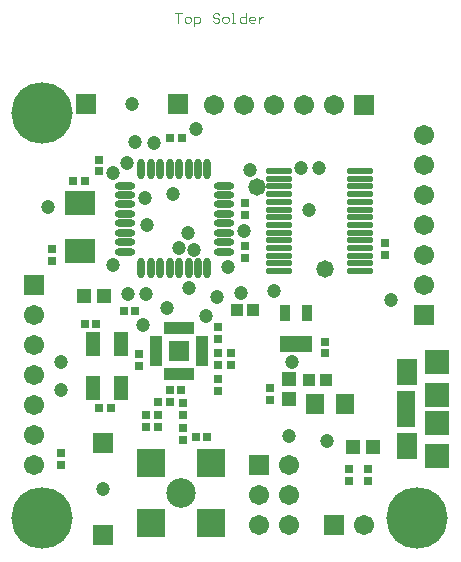
<source format=gts>
%FSLAX44Y44*%
%MOMM*%
G71*
G01*
G75*
G04 Layer_Color=8388736*
%ADD10C,0.3810*%
%ADD11R,1.1000X1.9000*%
%ADD12R,2.4000X1.9000*%
%ADD13R,1.3500X0.4000*%
%ADD14R,1.6000X2.1000*%
%ADD15R,1.9000X1.8000*%
%ADD16R,1.9000X1.9000*%
%ADD17R,0.6900X1.2000*%
%ADD18O,2.1000X0.3500*%
%ADD19R,1.6000X1.6000*%
%ADD20R,0.8000X0.3000*%
%ADD21R,0.3000X0.8000*%
%ADD22O,0.4500X1.5000*%
%ADD23O,1.5000X0.4500*%
%ADD24R,1.5000X1.5000*%
%ADD25R,1.5000X1.5000*%
%ADD26R,0.5000X0.6000*%
%ADD27R,0.6000X0.5000*%
%ADD28R,1.1000X1.0000*%
%ADD29R,1.0000X1.1000*%
%ADD30R,1.3000X1.5000*%
%ADD31R,0.8000X0.9000*%
%ADD32C,0.2540*%
%ADD33C,0.5000*%
%ADD34C,0.3000*%
%ADD35C,0.6020*%
%ADD36C,0.6000*%
%ADD37C,1.2600*%
%ADD38C,0.6010*%
%ADD39C,0.1000*%
%ADD40C,1.5000*%
%ADD41C,2.3000*%
%ADD42R,2.2000X2.2000*%
%ADD43C,1.0000*%
%ADD44C,5.0000*%
%ADD45C,1.2700*%
%ADD46C,0.7000*%
%ADD47C,0.2500*%
%ADD48C,0.2000*%
%ADD49C,0.0500*%
%ADD50R,0.2500X1.4000*%
%ADD51R,1.3032X2.1032*%
%ADD52R,2.6032X2.1032*%
%ADD53R,1.5532X0.6032*%
%ADD54R,1.8032X2.3032*%
%ADD55R,2.1032X2.0032*%
%ADD56R,2.1032X2.1032*%
%ADD57R,0.8932X1.4032*%
%ADD58O,2.3032X0.5532*%
%ADD59R,1.8032X1.8032*%
%ADD60R,1.0032X0.5032*%
%ADD61R,0.5032X1.0032*%
%ADD62O,0.6532X1.7032*%
%ADD63O,1.7032X0.6532*%
%ADD64R,1.7032X1.7032*%
%ADD65R,1.7032X1.7032*%
%ADD66R,0.7032X0.8032*%
%ADD67R,0.8032X0.7032*%
%ADD68R,1.3032X1.2032*%
%ADD69R,1.2032X1.3032*%
%ADD70R,1.5032X1.7032*%
%ADD71R,1.0032X1.1032*%
%ADD72C,1.7032*%
%ADD73C,2.5032*%
%ADD74R,2.4032X2.4032*%
%ADD75C,1.2032*%
%ADD76C,5.2032*%
%ADD77C,1.4732*%
%ADD78C,0.9032*%
G36*
X347797Y110952D02*
X332744D01*
Y136952D01*
X347711D01*
X347797Y110952D01*
D02*
G37*
G36*
X256580Y172210D02*
X237580Y172148D01*
Y186079D01*
X256580D01*
Y172210D01*
D02*
G37*
D39*
X144780Y458847D02*
X150112D01*
X147446D01*
Y450850D01*
X154110D02*
X156776D01*
X158109Y452183D01*
Y454849D01*
X156776Y456182D01*
X154110D01*
X152777Y454849D01*
Y452183D01*
X154110Y450850D01*
X160775Y448184D02*
Y456182D01*
X164774D01*
X166106Y454849D01*
Y452183D01*
X164774Y450850D01*
X160775D01*
X182101Y457514D02*
X180768Y458847D01*
X178103D01*
X176770Y457514D01*
Y456182D01*
X178103Y454849D01*
X180768D01*
X182101Y453516D01*
Y452183D01*
X180768Y450850D01*
X178103D01*
X176770Y452183D01*
X186100Y450850D02*
X188766D01*
X190099Y452183D01*
Y454849D01*
X188766Y456182D01*
X186100D01*
X184767Y454849D01*
Y452183D01*
X186100Y450850D01*
X192764D02*
X195430D01*
X194097D01*
Y458847D01*
X192764D01*
X204761D02*
Y450850D01*
X200762D01*
X199429Y452183D01*
Y454849D01*
X200762Y456182D01*
X204761D01*
X211425Y450850D02*
X208759D01*
X207426Y452183D01*
Y454849D01*
X208759Y456182D01*
X211425D01*
X212758Y454849D01*
Y453516D01*
X207426D01*
X215424Y456182D02*
Y450850D01*
Y453516D01*
X216757Y454849D01*
X218090Y456182D01*
X219423D01*
X144780Y458847D02*
X150112D01*
X147446D01*
Y450850D01*
X154110D02*
X156776D01*
X158109Y452183D01*
Y454849D01*
X156776Y456182D01*
X154110D01*
X152777Y454849D01*
Y452183D01*
X154110Y450850D01*
X160775Y448184D02*
Y456182D01*
X164774D01*
X166106Y454849D01*
Y452183D01*
X164774Y450850D01*
X160775D01*
X182101Y457514D02*
X180768Y458847D01*
X178103D01*
X176770Y457514D01*
Y456182D01*
X178103Y454849D01*
X180768D01*
X182101Y453516D01*
Y452183D01*
X180768Y450850D01*
X178103D01*
X176770Y452183D01*
X186100Y450850D02*
X188766D01*
X190099Y452183D01*
Y454849D01*
X188766Y456182D01*
X186100D01*
X184767Y454849D01*
Y452183D01*
X186100Y450850D01*
X192764D02*
X195430D01*
X194097D01*
Y458847D01*
X192764D01*
X204761D02*
Y450850D01*
X200762D01*
X199429Y452183D01*
Y454849D01*
X200762Y456182D01*
X204761D01*
X211425Y450850D02*
X208759D01*
X207426Y452183D01*
Y454849D01*
X208759Y456182D01*
X211425D01*
X212758Y454849D01*
Y453516D01*
X207426D01*
X215424Y456182D02*
Y450850D01*
Y453516D01*
X216757Y454849D01*
X218090Y456182D01*
X219423D01*
D51*
X75580Y178580D02*
D03*
X98580Y141580D02*
D03*
X75580D02*
D03*
X98580Y178580D02*
D03*
D52*
X64080Y298580D02*
D03*
Y257580D02*
D03*
D03*
D53*
X340254Y136952D02*
D03*
Y130452D02*
D03*
Y123952D02*
D03*
Y117452D02*
D03*
Y110952D02*
D03*
D54*
X341444Y154952D02*
D03*
Y92952D02*
D03*
D55*
X366754Y163952D02*
D03*
Y83952D02*
D03*
D56*
X366744Y135952D02*
D03*
X366754Y111952D02*
D03*
D57*
X256580Y179079D02*
D03*
X247080D02*
D03*
X237580D02*
D03*
X256580Y205080D02*
D03*
X237580D02*
D03*
D58*
X232580Y325330D02*
D03*
Y318830D02*
D03*
Y312330D02*
D03*
Y305830D02*
D03*
Y299330D02*
D03*
Y292830D02*
D03*
Y286330D02*
D03*
Y279830D02*
D03*
Y273330D02*
D03*
Y266830D02*
D03*
Y260330D02*
D03*
Y253830D02*
D03*
Y247330D02*
D03*
Y240830D02*
D03*
X301580Y325330D02*
D03*
Y318830D02*
D03*
Y312330D02*
D03*
Y305830D02*
D03*
Y299330D02*
D03*
Y292830D02*
D03*
Y286330D02*
D03*
Y279830D02*
D03*
Y273330D02*
D03*
Y266830D02*
D03*
Y260330D02*
D03*
Y253830D02*
D03*
Y247330D02*
D03*
Y240830D02*
D03*
D59*
X148080Y173080D02*
D03*
D60*
X128580Y183080D02*
D03*
X167580Y163080D02*
D03*
Y168080D02*
D03*
Y173080D02*
D03*
Y178080D02*
D03*
Y183080D02*
D03*
X128580D02*
D03*
Y178080D02*
D03*
Y173080D02*
D03*
Y168080D02*
D03*
Y163080D02*
D03*
D61*
X138080Y153580D02*
D03*
X143080D02*
D03*
X148080D02*
D03*
X153080D02*
D03*
X158080D02*
D03*
Y192580D02*
D03*
X153080D02*
D03*
X148080D02*
D03*
X143080D02*
D03*
X138080D02*
D03*
D62*
X172080Y327080D02*
D03*
X164080D02*
D03*
X156080D02*
D03*
X148080D02*
D03*
X140080D02*
D03*
X132080D02*
D03*
X124080D02*
D03*
X116080D02*
D03*
X172080Y243080D02*
D03*
X164080D02*
D03*
X156080D02*
D03*
X148080D02*
D03*
X140080D02*
D03*
X132080D02*
D03*
X124080D02*
D03*
X116080D02*
D03*
D63*
X102080Y289080D02*
D03*
Y297080D02*
D03*
Y265080D02*
D03*
Y257080D02*
D03*
Y273080D02*
D03*
Y281080D02*
D03*
Y305080D02*
D03*
Y313080D02*
D03*
X186080D02*
D03*
Y305080D02*
D03*
Y289080D02*
D03*
Y297080D02*
D03*
Y265080D02*
D03*
Y257080D02*
D03*
Y273080D02*
D03*
Y281080D02*
D03*
D64*
X84000Y17000D02*
D03*
Y95000D02*
D03*
X355600Y203200D02*
D03*
X25400Y228600D02*
D03*
X215900Y76200D02*
D03*
D65*
X69000Y382540D02*
D03*
X147000D02*
D03*
X279400Y25400D02*
D03*
X304800Y381000D02*
D03*
D66*
X48260Y86280D02*
D03*
Y76280D02*
D03*
X292000Y73000D02*
D03*
Y63000D02*
D03*
X308000Y73000D02*
D03*
Y63000D02*
D03*
X114080Y160080D02*
D03*
Y170080D02*
D03*
X181000Y139000D02*
D03*
Y149000D02*
D03*
X80080Y335080D02*
D03*
Y325080D02*
D03*
X151000Y119000D02*
D03*
Y129000D02*
D03*
X272000Y181000D02*
D03*
Y171000D02*
D03*
X322080Y254080D02*
D03*
Y264080D02*
D03*
X225270Y141888D02*
D03*
Y131888D02*
D03*
X120000Y109000D02*
D03*
Y119000D02*
D03*
X130000Y109000D02*
D03*
Y119000D02*
D03*
X181000Y193000D02*
D03*
Y183000D02*
D03*
X151000Y98000D02*
D03*
Y108000D02*
D03*
X181000Y161000D02*
D03*
Y171000D02*
D03*
X192000Y161000D02*
D03*
Y171000D02*
D03*
X204080Y252080D02*
D03*
Y262080D02*
D03*
X40080Y249080D02*
D03*
Y259080D02*
D03*
X204080Y298080D02*
D03*
Y288080D02*
D03*
D67*
X101080Y207080D02*
D03*
X111080D02*
D03*
X140000Y130000D02*
D03*
X130000D02*
D03*
X150000Y140000D02*
D03*
X140000D02*
D03*
X78000Y196000D02*
D03*
X68000D02*
D03*
X172000Y100000D02*
D03*
X162000D02*
D03*
X80250Y124500D02*
D03*
X90250D02*
D03*
X58000Y317000D02*
D03*
X68000D02*
D03*
X150288Y353060D02*
D03*
X140288D02*
D03*
D68*
X312500Y92000D02*
D03*
X295500D02*
D03*
X84500Y220000D02*
D03*
X67500D02*
D03*
D69*
X241270Y132388D02*
D03*
Y149388D02*
D03*
D70*
X263500Y128000D02*
D03*
X288500D02*
D03*
D71*
X272270Y148888D02*
D03*
X258270D02*
D03*
X197000Y208000D02*
D03*
X211000D02*
D03*
D72*
X355600Y254000D02*
D03*
Y228600D02*
D03*
Y279400D02*
D03*
Y304800D02*
D03*
Y330200D02*
D03*
Y355600D02*
D03*
X25400Y177800D02*
D03*
Y203200D02*
D03*
Y152400D02*
D03*
Y127000D02*
D03*
Y101600D02*
D03*
Y76200D02*
D03*
X304800Y25400D02*
D03*
X241300Y76200D02*
D03*
X215900Y50800D02*
D03*
X241300D02*
D03*
X215900Y25400D02*
D03*
X241300D02*
D03*
X279400Y381000D02*
D03*
X254000D02*
D03*
X228600D02*
D03*
X203200D02*
D03*
X177800D02*
D03*
D73*
X150000Y53000D02*
D03*
D74*
X124600Y27600D02*
D03*
X175400D02*
D03*
X124600Y78400D02*
D03*
X175400D02*
D03*
D75*
X258064Y292354D02*
D03*
X244000Y164000D02*
D03*
X203200Y274580D02*
D03*
X119380Y302260D02*
D03*
X162560Y360680D02*
D03*
X266700Y327660D02*
D03*
X241270Y100888D02*
D03*
X117190Y195390D02*
D03*
X251460Y327660D02*
D03*
X171080Y203080D02*
D03*
X156078Y226079D02*
D03*
X120080Y221080D02*
D03*
X84000Y56000D02*
D03*
X327660Y215900D02*
D03*
X228600Y223520D02*
D03*
X37080Y295080D02*
D03*
X104080Y332330D02*
D03*
X92330Y323580D02*
D03*
X92080Y246080D02*
D03*
X180078Y219079D02*
D03*
X200080Y222080D02*
D03*
X208080Y326080D02*
D03*
X105078Y221079D02*
D03*
X189080Y244080D02*
D03*
X273000Y97000D02*
D03*
X138078Y209079D02*
D03*
X110998Y349746D02*
D03*
X127000Y349250D02*
D03*
X48000Y164000D02*
D03*
X107950Y382270D02*
D03*
X48000Y140000D02*
D03*
X120650Y279400D02*
D03*
X161036Y258826D02*
D03*
X155702Y273050D02*
D03*
X147828Y260604D02*
D03*
X143002Y305816D02*
D03*
D76*
X31750Y374650D02*
D03*
X349250Y31750D02*
D03*
X31750D02*
D03*
D77*
X213730Y311851D02*
D03*
X272000Y242824D02*
D03*
D78*
X144500Y169500D02*
D03*
X151700Y176500D02*
D03*
M02*

</source>
